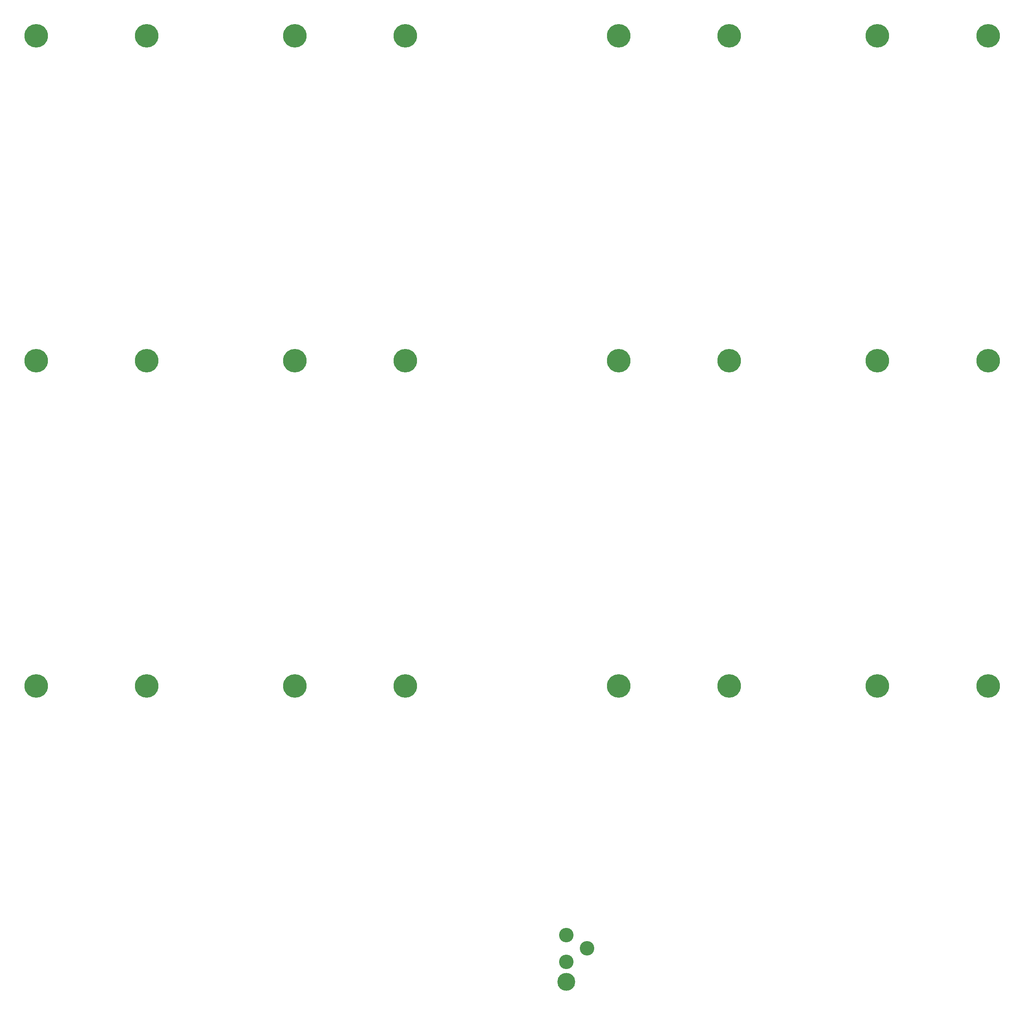
<source format=gbs>
%FSTAX24Y24*%
%MOIN*%
%SFA1B1*%

%IPPOS*%
%ADD41C,0.128000*%
%ADD42C,0.158000*%
%ADD43C,0.208000*%
%LNtoasterbigboard-1*%
%LPD*%
G54D41*
X089595Y02515D03*
X087745Y02633D03*
Y02397D03*
G54D42*
X087745Y02219D03*
G54D43*
X073533Y105865D03*
X063752D03*
X04088D03*
X050661D03*
X073533Y077115D03*
X063752D03*
X04088D03*
X050661D03*
X073533Y048365D03*
X063752D03*
X04088D03*
X050661D03*
X092383Y105865D03*
X102163D03*
X125035D03*
X115255D03*
X092383Y077115D03*
X102163D03*
X125035D03*
X115255D03*
X092383Y048365D03*
X102163D03*
X125035D03*
X115255D03*
M02*
</source>
